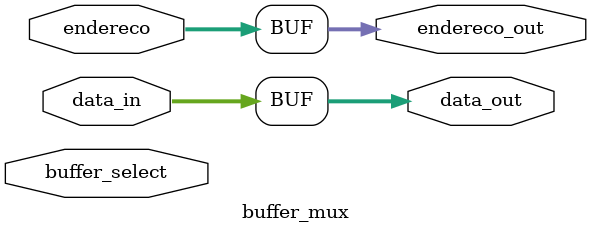
<source format=v>
module buffer_mux (
    input [18:0] endereco,        // Endereço de acesso
    input [8:0] data_in,          // Dados de entrada (para escrita)
    input buffer_select,          // Seleciona o buffer ativo
    output [18:0] endereco_out,   // Endereço selecionado
    output [8:0] data_out         // Dados selecionados
);

    assign endereco_out = endereco;  // Endereço permanece o mesmo
    assign data_out = data_in;       // Dados permanecem os mesmos (simples para ilustrar)
endmodule

</source>
